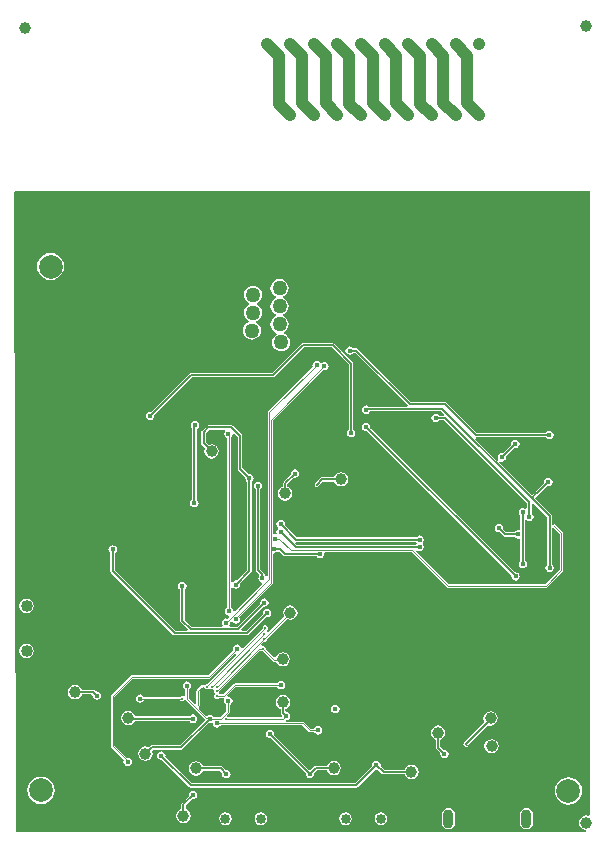
<source format=gbl>
G04*
G04 #@! TF.GenerationSoftware,Altium Limited,Altium Designer,20.2.4 (192)*
G04*
G04 Layer_Physical_Order=4*
G04 Layer_Color=16711680*
%FSLAX25Y25*%
%MOIN*%
G70*
G04*
G04 #@! TF.SameCoordinates,C82156A4-65EB-44BA-A6C3-424022D268A2*
G04*
G04*
G04 #@! TF.FilePolarity,Positive*
G04*
G01*
G75*
%ADD11C,0.00787*%
%ADD16C,0.00400*%
%ADD98C,0.00787*%
%ADD99C,0.00354*%
%ADD100C,0.03937*%
%ADD109C,0.03937*%
%ADD110C,0.07874*%
%ADD111C,0.03347*%
%ADD112O,0.03543X0.06299*%
%ADD113C,0.04016*%
%ADD114C,0.01772*%
%ADD115C,0.01496*%
%ADD116C,0.05000*%
G36*
X193300Y7536D02*
X192800Y7256D01*
X192000Y7415D01*
X191076Y7231D01*
X190292Y6708D01*
X189769Y5924D01*
X189585Y5000D01*
X189769Y4076D01*
X190292Y3292D01*
X191076Y2769D01*
X192000Y2585D01*
X192079Y2601D01*
X192128Y2510D01*
X191829Y2010D01*
X2010D01*
X1455Y215246D01*
X1808Y215600D01*
X193300D01*
Y7536D01*
D02*
G37*
%LPC*%
G36*
X13500Y194973D02*
X12316Y194817D01*
X11214Y194360D01*
X10266Y193634D01*
X9540Y192686D01*
X9083Y191584D01*
X8927Y190400D01*
X9083Y189216D01*
X9540Y188113D01*
X10266Y187166D01*
X11214Y186440D01*
X12316Y185983D01*
X13500Y185827D01*
X14684Y185983D01*
X15787Y186440D01*
X16734Y187166D01*
X17460Y188113D01*
X17917Y189216D01*
X18073Y190400D01*
X17917Y191584D01*
X17460Y192686D01*
X16734Y193634D01*
X15787Y194360D01*
X14684Y194817D01*
X13500Y194973D01*
D02*
G37*
G36*
X80976Y184045D02*
X80193Y183942D01*
X79463Y183640D01*
X78837Y183159D01*
X78356Y182532D01*
X78053Y181802D01*
X77950Y181019D01*
X78053Y180236D01*
X78356Y179506D01*
X78837Y178879D01*
X79463Y178399D01*
X79726Y178290D01*
Y177749D01*
X79463Y177640D01*
X78837Y177159D01*
X78356Y176532D01*
X78053Y175802D01*
X77950Y175019D01*
X78053Y174236D01*
X78356Y173506D01*
X78837Y172880D01*
X79463Y172399D01*
X79530Y172371D01*
Y171830D01*
X79098Y171651D01*
X78472Y171170D01*
X77991Y170543D01*
X77688Y169813D01*
X77585Y169030D01*
X77688Y168247D01*
X77991Y167517D01*
X78472Y166891D01*
X79098Y166410D01*
X79828Y166107D01*
X80611Y166004D01*
X81394Y166107D01*
X82124Y166410D01*
X82751Y166891D01*
X83232Y167517D01*
X83534Y168247D01*
X83637Y169030D01*
X83534Y169813D01*
X83232Y170543D01*
X82751Y171170D01*
X82124Y171651D01*
X82057Y171678D01*
Y172220D01*
X82489Y172399D01*
X83116Y172880D01*
X83597Y173506D01*
X83899Y174236D01*
X84002Y175019D01*
X83899Y175802D01*
X83597Y176532D01*
X83116Y177159D01*
X82489Y177640D01*
X82226Y177749D01*
Y178290D01*
X82489Y178399D01*
X83116Y178879D01*
X83597Y179506D01*
X83899Y180236D01*
X84002Y181019D01*
X83899Y181802D01*
X83597Y182532D01*
X83116Y183159D01*
X82489Y183640D01*
X81759Y183942D01*
X80976Y184045D01*
D02*
G37*
G36*
X107500Y164963D02*
X107500Y164963D01*
X97500D01*
X97500Y164963D01*
X97208Y164905D01*
X96961Y164739D01*
X96961Y164739D01*
X87184Y154963D01*
X60200D01*
X59908Y154905D01*
X59661Y154739D01*
X59661Y154739D01*
X46979Y142058D01*
X46700Y142113D01*
X46159Y142005D01*
X45701Y141699D01*
X45395Y141241D01*
X45287Y140700D01*
X45395Y140159D01*
X45701Y139701D01*
X46159Y139395D01*
X46700Y139287D01*
X47241Y139395D01*
X47699Y139701D01*
X48005Y140159D01*
X48113Y140700D01*
X48057Y140979D01*
X60516Y153437D01*
X87500D01*
X87500Y153437D01*
X87792Y153495D01*
X88039Y153661D01*
X97816Y163437D01*
X107184D01*
X112937Y157684D01*
Y136057D01*
X112701Y135899D01*
X112395Y135441D01*
X112287Y134900D01*
X112395Y134359D01*
X112701Y133901D01*
X113159Y133595D01*
X113700Y133487D01*
X114241Y133595D01*
X114699Y133901D01*
X115005Y134359D01*
X115113Y134900D01*
X115005Y135441D01*
X114699Y135899D01*
X114463Y136057D01*
Y158000D01*
X114405Y158292D01*
X114239Y158539D01*
X114239Y158539D01*
X108039Y164739D01*
X107792Y164905D01*
X107743Y164914D01*
X107500Y164963D01*
D02*
G37*
G36*
X89824Y186179D02*
X89041Y186076D01*
X88311Y185773D01*
X87684Y185292D01*
X87203Y184666D01*
X86901Y183936D01*
X86798Y183153D01*
X86901Y182370D01*
X87203Y181640D01*
X87684Y181013D01*
X88311Y180532D01*
X88574Y180423D01*
Y179882D01*
X88311Y179773D01*
X87684Y179293D01*
X87203Y178666D01*
X86901Y177936D01*
X86798Y177153D01*
X86901Y176370D01*
X87203Y175640D01*
X87684Y175013D01*
X88311Y174532D01*
X88574Y174424D01*
Y173882D01*
X88311Y173773D01*
X87684Y173293D01*
X87203Y172666D01*
X86901Y171936D01*
X86798Y171153D01*
X86901Y170370D01*
X87203Y169640D01*
X87684Y169013D01*
X88311Y168532D01*
X88801Y168329D01*
X88817Y167795D01*
X88191Y167314D01*
X87710Y166687D01*
X87407Y165957D01*
X87304Y165174D01*
X87407Y164391D01*
X87710Y163661D01*
X88191Y163035D01*
X88817Y162554D01*
X89547Y162251D01*
X90330Y162148D01*
X91113Y162251D01*
X91843Y162554D01*
X92470Y163035D01*
X92951Y163661D01*
X93253Y164391D01*
X93356Y165174D01*
X93253Y165957D01*
X92951Y166687D01*
X92470Y167314D01*
X91843Y167795D01*
X91353Y167998D01*
X91337Y168532D01*
X91963Y169013D01*
X92444Y169640D01*
X92747Y170370D01*
X92850Y171153D01*
X92747Y171936D01*
X92444Y172666D01*
X91963Y173293D01*
X91337Y173773D01*
X91074Y173882D01*
Y174424D01*
X91337Y174532D01*
X91963Y175013D01*
X92444Y175640D01*
X92747Y176370D01*
X92850Y177153D01*
X92747Y177936D01*
X92444Y178666D01*
X91963Y179293D01*
X91337Y179773D01*
X91074Y179882D01*
Y180423D01*
X91337Y180532D01*
X91963Y181013D01*
X92444Y181640D01*
X92747Y182370D01*
X92850Y183153D01*
X92747Y183936D01*
X92444Y184666D01*
X91963Y185292D01*
X91337Y185773D01*
X90607Y186076D01*
X89824Y186179D01*
D02*
G37*
G36*
X113200Y163813D02*
X112659Y163705D01*
X112201Y163399D01*
X111895Y162941D01*
X111787Y162400D01*
X111895Y161859D01*
X112201Y161401D01*
X112659Y161095D01*
X113200Y160987D01*
X113741Y161095D01*
X114199Y161401D01*
X114357Y161637D01*
X115084D01*
X132559Y144163D01*
X132443Y143762D01*
X132371Y143663D01*
X119723D01*
X119699Y143699D01*
X119241Y144005D01*
X118700Y144113D01*
X118159Y144005D01*
X117701Y143699D01*
X117395Y143241D01*
X117287Y142700D01*
X117395Y142159D01*
X117701Y141701D01*
X118159Y141395D01*
X118700Y141287D01*
X119241Y141395D01*
X119699Y141701D01*
X119991Y142137D01*
X143784D01*
X144709Y141213D01*
X144502Y140713D01*
X143007D01*
X142849Y140949D01*
X142391Y141255D01*
X141850Y141363D01*
X141309Y141255D01*
X140851Y140949D01*
X140545Y140491D01*
X140437Y139950D01*
X140545Y139409D01*
X140851Y138951D01*
X141309Y138645D01*
X141850Y138537D01*
X142391Y138645D01*
X142849Y138951D01*
X143007Y139187D01*
X144734D01*
X172306Y111616D01*
Y109883D01*
X172144Y109770D01*
X171806Y109661D01*
X171441Y109905D01*
X170900Y110013D01*
X170359Y109905D01*
X169901Y109599D01*
X169595Y109141D01*
X169487Y108600D01*
X169595Y108059D01*
X169901Y107601D01*
X170137Y107443D01*
Y102696D01*
X169637Y102426D01*
X169200Y102513D01*
X168659Y102405D01*
X168201Y102099D01*
X168043Y101863D01*
X165416D01*
X164357Y102921D01*
X164413Y103200D01*
X164305Y103741D01*
X163999Y104199D01*
X163541Y104505D01*
X163000Y104613D01*
X162459Y104505D01*
X162001Y104199D01*
X161695Y103741D01*
X161587Y103200D01*
X161695Y102659D01*
X162001Y102201D01*
X162459Y101895D01*
X163000Y101787D01*
X163279Y101842D01*
X164561Y100561D01*
X164808Y100395D01*
X165100Y100337D01*
X165100Y100337D01*
X168043D01*
X168201Y100101D01*
X168659Y99795D01*
X169200Y99687D01*
X169637Y99774D01*
X170137Y99504D01*
Y92357D01*
X169901Y92199D01*
X169595Y91741D01*
X169487Y91200D01*
X169595Y90659D01*
X169901Y90201D01*
X170359Y89895D01*
X170900Y89787D01*
X171441Y89895D01*
X171899Y90201D01*
X172205Y90659D01*
X172313Y91200D01*
X172205Y91741D01*
X171899Y92199D01*
X171663Y92357D01*
Y105749D01*
X171825Y105861D01*
X172163Y105970D01*
X172528Y105726D01*
X173068Y105619D01*
X173609Y105726D01*
X174068Y106032D01*
X174374Y106491D01*
X174481Y107032D01*
X174374Y107572D01*
X174068Y108031D01*
X173831Y108189D01*
Y111383D01*
X174331Y111590D01*
X179069Y106853D01*
Y91126D01*
X178832Y90968D01*
X178526Y90509D01*
X178419Y89969D01*
X178526Y89428D01*
X178832Y88969D01*
X179291Y88663D01*
X179832Y88556D01*
X180372Y88663D01*
X180831Y88969D01*
X181137Y89428D01*
X181245Y89969D01*
X181137Y90509D01*
X180831Y90968D01*
X180594Y91126D01*
Y103221D01*
X181094Y103388D01*
X183200Y101283D01*
Y97045D01*
X183168Y96969D01*
Y89349D01*
X178320Y84500D01*
X146149D01*
X135331Y95317D01*
X135517Y95838D01*
X135585Y95845D01*
X135959Y95595D01*
X136500Y95487D01*
X137041Y95595D01*
X137499Y95901D01*
X137805Y96359D01*
X137913Y96900D01*
X137805Y97441D01*
X137499Y97899D01*
X137498Y97900D01*
Y98400D01*
X137499Y98401D01*
X137805Y98859D01*
X137913Y99400D01*
X137805Y99941D01*
X137499Y100399D01*
X137041Y100705D01*
X136500Y100813D01*
X135959Y100705D01*
X135501Y100399D01*
X135343Y100163D01*
X95716D01*
X91558Y104321D01*
X91613Y104600D01*
X91505Y105141D01*
X91199Y105599D01*
X90741Y105905D01*
X90200Y106013D01*
X89659Y105905D01*
X89201Y105599D01*
X88895Y105141D01*
X88787Y104600D01*
X88895Y104059D01*
X89201Y103601D01*
X89277Y103550D01*
Y103050D01*
X89201Y102999D01*
X88895Y102541D01*
X88787Y102000D01*
X88885Y101506D01*
X88764Y101304D01*
X88559Y101061D01*
X88300Y101113D01*
X88071Y101067D01*
X87571Y101435D01*
Y139157D01*
X104300Y155886D01*
X104800Y155787D01*
X105341Y155895D01*
X105799Y156201D01*
X106105Y156659D01*
X106213Y157200D01*
X106105Y157741D01*
X105799Y158199D01*
X105341Y158505D01*
X104800Y158613D01*
X104259Y158505D01*
X103908Y158270D01*
X103789Y158203D01*
X103299Y158349D01*
X103199Y158499D01*
X102741Y158805D01*
X102200Y158913D01*
X101659Y158805D01*
X101201Y158499D01*
X100895Y158041D01*
X100787Y157500D01*
X100886Y157000D01*
X86037Y142151D01*
X85869Y141744D01*
Y87197D01*
X85369Y87086D01*
X85135Y87435D01*
X84899Y87593D01*
Y87764D01*
X84841Y88056D01*
X84676Y88303D01*
X84676Y88303D01*
X83363Y89616D01*
Y116143D01*
X83599Y116301D01*
X83905Y116759D01*
X84013Y117300D01*
X83905Y117841D01*
X83599Y118299D01*
X83141Y118605D01*
X82600Y118713D01*
X82059Y118605D01*
X81601Y118299D01*
X81295Y117841D01*
X81187Y117300D01*
X81295Y116759D01*
X81601Y116301D01*
X81837Y116143D01*
Y89300D01*
X81837Y89300D01*
X81895Y89008D01*
X82061Y88761D01*
X83159Y87662D01*
X83137Y87435D01*
X82831Y86977D01*
X82723Y86436D01*
X82831Y85896D01*
X83137Y85437D01*
X83596Y85131D01*
X83775Y85095D01*
X83939Y84553D01*
X74884Y75498D01*
X74881Y75498D01*
X74374Y75695D01*
X74305Y76041D01*
X73999Y76499D01*
X73575Y76782D01*
Y83437D01*
X74075Y83589D01*
X74201Y83401D01*
X74659Y83095D01*
X75200Y82987D01*
X75741Y83095D01*
X76199Y83401D01*
X76505Y83859D01*
X76613Y84400D01*
X76557Y84679D01*
X80339Y88461D01*
X80339Y88461D01*
X80505Y88708D01*
X80563Y89000D01*
Y118643D01*
X80799Y118801D01*
X81105Y119259D01*
X81213Y119800D01*
X81105Y120341D01*
X80799Y120799D01*
X80341Y121105D01*
X79800Y121213D01*
X79521Y121158D01*
X77463Y123216D01*
Y133900D01*
X77463Y133900D01*
X77405Y134192D01*
X77239Y134439D01*
X74339Y137339D01*
X74092Y137505D01*
X73800Y137563D01*
X73800Y137563D01*
X66100D01*
X65808Y137505D01*
X65561Y137339D01*
X65561Y137339D01*
X63961Y135739D01*
X63795Y135492D01*
X63737Y135200D01*
X63737Y135200D01*
Y131500D01*
X63737Y131500D01*
X63795Y131208D01*
X63961Y130961D01*
X65060Y129861D01*
X64969Y129724D01*
X64785Y128800D01*
X64969Y127876D01*
X65492Y127092D01*
X66276Y126569D01*
X67200Y126385D01*
X68124Y126569D01*
X68908Y127092D01*
X69431Y127876D01*
X69615Y128800D01*
X69431Y129724D01*
X68908Y130508D01*
X68124Y131031D01*
X67200Y131215D01*
X66276Y131031D01*
X66139Y130940D01*
X65263Y131816D01*
Y134884D01*
X66416Y136037D01*
X71557D01*
X71689Y135800D01*
X71760Y135537D01*
X71495Y135141D01*
X71387Y134600D01*
X71495Y134059D01*
X71801Y133601D01*
X72259Y133295D01*
X72425Y133262D01*
Y76782D01*
X72001Y76499D01*
X71695Y76041D01*
X71587Y75500D01*
X71695Y74959D01*
X72001Y74501D01*
X72459Y74195D01*
X72805Y74126D01*
X73002Y73619D01*
X73002Y73616D01*
X72411Y73025D01*
X71911Y73124D01*
X71371Y73017D01*
X70912Y72711D01*
X70606Y72252D01*
X70498Y71711D01*
X70606Y71171D01*
X70812Y70863D01*
X70615Y70390D01*
X70590Y70363D01*
X60516D01*
X58163Y72716D01*
Y82743D01*
X58399Y82901D01*
X58705Y83359D01*
X58813Y83900D01*
X58705Y84441D01*
X58399Y84899D01*
X57941Y85205D01*
X57400Y85313D01*
X56859Y85205D01*
X56401Y84899D01*
X56095Y84441D01*
X55987Y83900D01*
X56095Y83359D01*
X56401Y82901D01*
X56637Y82743D01*
Y72400D01*
X56637Y72400D01*
X56695Y72108D01*
X56861Y71861D01*
X59259Y69463D01*
X59052Y68963D01*
X55216D01*
X34963Y89216D01*
Y94943D01*
X35199Y95101D01*
X35505Y95559D01*
X35613Y96100D01*
X35505Y96641D01*
X35199Y97099D01*
X34741Y97405D01*
X34200Y97513D01*
X33659Y97405D01*
X33201Y97099D01*
X32895Y96641D01*
X32787Y96100D01*
X32895Y95559D01*
X33201Y95101D01*
X33437Y94943D01*
Y88900D01*
X33437Y88900D01*
X33495Y88608D01*
X33661Y88361D01*
X54361Y67661D01*
X54608Y67495D01*
X54900Y67437D01*
X79000D01*
X79000Y67437D01*
X79292Y67495D01*
X79539Y67661D01*
X85421Y73542D01*
X85700Y73487D01*
X86241Y73595D01*
X86699Y73901D01*
X87005Y74359D01*
X87113Y74900D01*
X87005Y75441D01*
X86699Y75899D01*
X86241Y76205D01*
X85700Y76313D01*
X85159Y76205D01*
X84701Y75899D01*
X84395Y75441D01*
X84287Y74900D01*
X84342Y74621D01*
X78684Y68963D01*
X77248D01*
X77041Y69463D01*
X84605Y77026D01*
X84800Y76987D01*
X85341Y77095D01*
X85799Y77401D01*
X86105Y77859D01*
X86213Y78400D01*
X86105Y78941D01*
X85799Y79399D01*
X85341Y79705D01*
X84800Y79813D01*
X84259Y79705D01*
X83801Y79399D01*
X83495Y78941D01*
X83387Y78400D01*
X83459Y78038D01*
X75784Y70363D01*
X73233D01*
X73207Y70390D01*
X73011Y70863D01*
X73217Y71171D01*
X73324Y71711D01*
X73270Y71986D01*
X73509Y72211D01*
X73592Y72219D01*
X74078Y72135D01*
X74301Y71801D01*
X74759Y71495D01*
X75300Y71387D01*
X75841Y71495D01*
X76299Y71801D01*
X76605Y72259D01*
X76713Y72800D01*
X76605Y73341D01*
X76425Y73611D01*
X87402Y84588D01*
X87571Y84995D01*
Y94698D01*
X87957Y95015D01*
X88098Y94987D01*
X88638Y95095D01*
X89097Y95401D01*
X89196Y95549D01*
X89715Y95582D01*
X91136Y94161D01*
X91136Y94161D01*
X91384Y93995D01*
X91676Y93937D01*
X102143D01*
X102301Y93701D01*
X102759Y93395D01*
X103300Y93287D01*
X103841Y93395D01*
X104299Y93701D01*
X104605Y94159D01*
X104713Y94700D01*
X104685Y94839D01*
X105003Y95225D01*
X133726D01*
X145476Y83476D01*
X145900Y83300D01*
X178568D01*
X178993Y83476D01*
X184193Y88676D01*
X184369Y89100D01*
Y96924D01*
X184400Y97000D01*
Y101531D01*
X184224Y101955D01*
X181824Y104355D01*
X181400Y104531D01*
X181094Y104404D01*
X180594Y104627D01*
Y107168D01*
X180594Y107168D01*
X180536Y107460D01*
X180371Y107708D01*
X174929Y113150D01*
X175820Y114041D01*
X175842Y114045D01*
X176089Y114211D01*
X179100Y117221D01*
X179431Y117156D01*
X179972Y117263D01*
X180431Y117569D01*
X180737Y118028D01*
X180844Y118569D01*
X180737Y119109D01*
X180431Y119568D01*
X179972Y119874D01*
X179431Y119982D01*
X178891Y119874D01*
X178432Y119568D01*
X178126Y119109D01*
X178018Y118569D01*
X178064Y118342D01*
X175180Y115459D01*
X175158Y115455D01*
X174911Y115289D01*
X174911Y115289D01*
X173850Y114229D01*
X162835Y125243D01*
X163154Y125632D01*
X163359Y125495D01*
X163900Y125387D01*
X164441Y125495D01*
X164899Y125801D01*
X165205Y126259D01*
X165313Y126800D01*
X165258Y127079D01*
X168121Y129943D01*
X168400Y129887D01*
X168941Y129995D01*
X169399Y130301D01*
X169705Y130759D01*
X169813Y131300D01*
X169705Y131841D01*
X169399Y132299D01*
X168941Y132605D01*
X168400Y132713D01*
X167859Y132605D01*
X167401Y132299D01*
X167095Y131841D01*
X166987Y131300D01*
X167043Y131021D01*
X164179Y128157D01*
X163900Y128213D01*
X163359Y128105D01*
X162901Y127799D01*
X162595Y127341D01*
X162487Y126800D01*
X162595Y126259D01*
X162732Y126054D01*
X162344Y125735D01*
X155090Y132989D01*
X155231Y133349D01*
X155324Y133462D01*
X178619D01*
X178777Y133225D01*
X179235Y132919D01*
X179776Y132811D01*
X180316Y132919D01*
X180775Y133225D01*
X181081Y133684D01*
X181189Y134224D01*
X181081Y134765D01*
X180775Y135223D01*
X180316Y135530D01*
X179776Y135637D01*
X179235Y135530D01*
X178777Y135223D01*
X178619Y134987D01*
X155591D01*
X145439Y145139D01*
X145192Y145305D01*
X144900Y145363D01*
X144900Y145363D01*
X133516D01*
X115939Y162939D01*
X115692Y163105D01*
X115400Y163163D01*
X115400Y163163D01*
X114357D01*
X114199Y163399D01*
X113741Y163705D01*
X113200Y163813D01*
D02*
G37*
G36*
X95000Y122813D02*
X94459Y122705D01*
X94001Y122399D01*
X93695Y121941D01*
X93587Y121400D01*
X93642Y121121D01*
X91161Y118639D01*
X90995Y118392D01*
X90937Y118100D01*
X90937Y118100D01*
Y117063D01*
X90776Y117031D01*
X89992Y116508D01*
X89469Y115724D01*
X89285Y114800D01*
X89469Y113876D01*
X89992Y113092D01*
X90776Y112569D01*
X91700Y112385D01*
X92624Y112569D01*
X93408Y113092D01*
X93931Y113876D01*
X94115Y114800D01*
X93931Y115724D01*
X93408Y116508D01*
X92624Y117031D01*
X92463Y117063D01*
Y117784D01*
X94721Y120043D01*
X95000Y119987D01*
X95541Y120095D01*
X95999Y120401D01*
X96305Y120859D01*
X96413Y121400D01*
X96305Y121941D01*
X95999Y122399D01*
X95541Y122705D01*
X95000Y122813D01*
D02*
G37*
G36*
X110300Y121915D02*
X109376Y121731D01*
X108592Y121208D01*
X108069Y120424D01*
X108037Y120263D01*
X104000D01*
X103708Y120205D01*
X103461Y120039D01*
X103461Y120039D01*
X101661Y118239D01*
X101495Y117992D01*
X101437Y117700D01*
X101495Y117408D01*
X101661Y117161D01*
X101908Y116995D01*
X102200Y116937D01*
X102492Y116995D01*
X102739Y117161D01*
X104316Y118737D01*
X108037D01*
X108069Y118576D01*
X108592Y117792D01*
X109376Y117269D01*
X110300Y117085D01*
X111224Y117269D01*
X112008Y117792D01*
X112531Y118576D01*
X112715Y119500D01*
X112531Y120424D01*
X112008Y121208D01*
X111224Y121731D01*
X110300Y121915D01*
D02*
G37*
G36*
X61700Y139013D02*
X61159Y138905D01*
X60701Y138599D01*
X60395Y138141D01*
X60287Y137600D01*
X60395Y137059D01*
X60637Y136696D01*
Y112657D01*
X60401Y112499D01*
X60095Y112041D01*
X59987Y111500D01*
X60095Y110959D01*
X60401Y110501D01*
X60859Y110195D01*
X61400Y110087D01*
X61941Y110195D01*
X62399Y110501D01*
X62705Y110959D01*
X62813Y111500D01*
X62705Y112041D01*
X62399Y112499D01*
X62163Y112657D01*
Y136279D01*
X62241Y136295D01*
X62699Y136601D01*
X63005Y137059D01*
X63113Y137600D01*
X63005Y138141D01*
X62699Y138599D01*
X62241Y138905D01*
X61700Y139013D01*
D02*
G37*
G36*
X118700Y138313D02*
X118159Y138205D01*
X117701Y137899D01*
X117395Y137441D01*
X117287Y136900D01*
X117395Y136359D01*
X117701Y135901D01*
X118159Y135595D01*
X118700Y135487D01*
X118979Y135543D01*
X167142Y87379D01*
X167087Y87100D01*
X167195Y86559D01*
X167501Y86101D01*
X167959Y85795D01*
X168500Y85687D01*
X169041Y85795D01*
X169499Y86101D01*
X169805Y86559D01*
X169913Y87100D01*
X169805Y87641D01*
X169499Y88099D01*
X169041Y88405D01*
X168500Y88513D01*
X168221Y88458D01*
X120057Y136621D01*
X120113Y136900D01*
X120005Y137441D01*
X119699Y137899D01*
X119241Y138205D01*
X118700Y138313D01*
D02*
G37*
G36*
X5512Y79660D02*
X4572Y79473D01*
X3776Y78941D01*
X3244Y78144D01*
X3057Y77205D01*
X3244Y76265D01*
X3776Y75469D01*
X4572Y74937D01*
X5512Y74750D01*
X6451Y74937D01*
X7248Y75469D01*
X7780Y76265D01*
X7967Y77205D01*
X7780Y78144D01*
X7248Y78941D01*
X6451Y79473D01*
X5512Y79660D01*
D02*
G37*
G36*
X93400Y77415D02*
X92476Y77231D01*
X91692Y76708D01*
X91169Y75924D01*
X90985Y75000D01*
X91169Y74076D01*
X91373Y73771D01*
X86249Y68648D01*
X85676Y68724D01*
X85498Y69039D01*
X85512Y69100D01*
X85744Y69256D01*
X85942Y69551D01*
X86011Y69900D01*
X85942Y70249D01*
X85744Y70544D01*
X85449Y70742D01*
X85100Y70811D01*
X84751Y70742D01*
X84456Y70544D01*
X84258Y70249D01*
X84189Y69900D01*
X84222Y69735D01*
X77600Y63114D01*
X77058Y63278D01*
X77005Y63541D01*
X76699Y63999D01*
X76241Y64305D01*
X75700Y64413D01*
X75159Y64305D01*
X74701Y63999D01*
X74395Y63541D01*
X74287Y63000D01*
X74387Y62500D01*
X65962Y54075D01*
X40500D01*
X40093Y53907D01*
X33793Y47607D01*
X33625Y47200D01*
Y30500D01*
X33793Y30093D01*
X37955Y25931D01*
X37895Y25841D01*
X37787Y25300D01*
X37895Y24759D01*
X38201Y24301D01*
X38659Y23995D01*
X39200Y23887D01*
X39741Y23995D01*
X40199Y24301D01*
X40505Y24759D01*
X40613Y25300D01*
X40505Y25841D01*
X40199Y26299D01*
X39741Y26605D01*
X39200Y26713D01*
X38867Y26647D01*
X34775Y30738D01*
Y46962D01*
X40738Y52925D01*
X66200D01*
X66607Y53093D01*
X74959Y61445D01*
X75172Y61392D01*
X75325Y60838D01*
X65768Y51282D01*
X65732Y51289D01*
X65384Y51220D01*
X65088Y51022D01*
X65038Y50948D01*
X64605Y50799D01*
X64415Y50847D01*
X64157Y50953D01*
X63751Y50785D01*
X62193Y49227D01*
X62025Y48820D01*
Y44596D01*
X61525Y44389D01*
X59475Y46438D01*
Y49418D01*
X59899Y49701D01*
X60205Y50159D01*
X60313Y50700D01*
X60205Y51241D01*
X59899Y51699D01*
X59441Y52005D01*
X58900Y52113D01*
X58359Y52005D01*
X57901Y51699D01*
X57595Y51241D01*
X57487Y50700D01*
X57595Y50159D01*
X57901Y49701D01*
X58325Y49418D01*
Y47225D01*
X57940Y47080D01*
X57825Y47057D01*
X57549Y47242D01*
X57200Y47311D01*
X56851Y47242D01*
X56556Y47044D01*
X56510Y46975D01*
X44682D01*
X44399Y47399D01*
X43941Y47705D01*
X43400Y47813D01*
X42859Y47705D01*
X42401Y47399D01*
X42095Y46941D01*
X41987Y46400D01*
X42095Y45859D01*
X42401Y45401D01*
X42859Y45095D01*
X43400Y44987D01*
X43941Y45095D01*
X44399Y45401D01*
X44682Y45825D01*
X56510D01*
X56556Y45756D01*
X56851Y45558D01*
X57200Y45489D01*
X57549Y45558D01*
X57844Y45756D01*
X57920Y45869D01*
X58472Y45845D01*
X58493Y45793D01*
X64895Y39391D01*
X64677Y38956D01*
X56584Y30863D01*
X47200D01*
X47200Y30863D01*
X46908Y30805D01*
X46661Y30639D01*
X46161Y30140D01*
X46024Y30231D01*
X45100Y30415D01*
X44176Y30231D01*
X43392Y29708D01*
X42869Y28924D01*
X42685Y28000D01*
X42869Y27076D01*
X43392Y26292D01*
X44176Y25769D01*
X45100Y25585D01*
X46024Y25769D01*
X46808Y26292D01*
X47331Y27076D01*
X47515Y28000D01*
X47333Y28913D01*
X47387Y28995D01*
X47656Y29337D01*
X56900D01*
X56900Y29337D01*
X57192Y29395D01*
X57439Y29561D01*
X66221Y38342D01*
X66500Y38287D01*
X67041Y38395D01*
X67487Y38100D01*
X67595Y37559D01*
X67901Y37101D01*
X68359Y36795D01*
X68900Y36687D01*
X69441Y36795D01*
X69899Y37101D01*
X70182Y37525D01*
X97362D01*
X99493Y35393D01*
X99900Y35225D01*
X101418D01*
X101701Y34801D01*
X102159Y34495D01*
X102700Y34387D01*
X103241Y34495D01*
X103699Y34801D01*
X104005Y35259D01*
X104113Y35800D01*
X104005Y36341D01*
X103699Y36799D01*
X103241Y37105D01*
X102700Y37213D01*
X102159Y37105D01*
X101701Y36799D01*
X101418Y36375D01*
X100138D01*
X98007Y38507D01*
X97600Y38675D01*
X92034D01*
X91827Y39175D01*
X91866Y39214D01*
X92000Y39187D01*
X92541Y39295D01*
X92999Y39601D01*
X93305Y40059D01*
X93413Y40600D01*
X93305Y41141D01*
X92999Y41599D01*
X92541Y41905D01*
X92000Y42013D01*
X91763Y42476D01*
Y43037D01*
X91924Y43069D01*
X92708Y43592D01*
X93231Y44376D01*
X93415Y45300D01*
X93231Y46224D01*
X92708Y47008D01*
X91924Y47531D01*
X91000Y47715D01*
X90076Y47531D01*
X89292Y47008D01*
X88769Y46224D01*
X88585Y45300D01*
X88769Y44376D01*
X89292Y43592D01*
X90076Y43069D01*
X90237Y43037D01*
Y41701D01*
X90237Y41701D01*
X90295Y41409D01*
X90461Y41162D01*
X90659Y40963D01*
X90587Y40600D01*
X90595Y40562D01*
X90277Y40175D01*
X72590D01*
X72544Y40244D01*
X72437Y40316D01*
X72313Y40900D01*
X73007Y41593D01*
X73175Y42000D01*
Y44324D01*
X73296Y44348D01*
X73754Y44654D01*
X74060Y45113D01*
X74168Y45654D01*
X74060Y46194D01*
X73754Y46653D01*
X73296Y46959D01*
X72755Y47067D01*
X72670Y47050D01*
X72424Y47510D01*
X75238Y50325D01*
X89018D01*
X89301Y49901D01*
X89759Y49595D01*
X90300Y49487D01*
X90841Y49595D01*
X91299Y49901D01*
X91605Y50359D01*
X91713Y50900D01*
X91605Y51441D01*
X91299Y51899D01*
X90841Y52205D01*
X90300Y52313D01*
X89759Y52205D01*
X89301Y51899D01*
X89018Y51475D01*
X75000D01*
X74593Y51307D01*
X71090Y47804D01*
X69844D01*
X69811Y47841D01*
X69623Y48304D01*
X69724Y48454D01*
X69793Y48803D01*
X69777Y48885D01*
X83252Y62359D01*
X83756Y62356D01*
X84051Y62158D01*
X84400Y62089D01*
X84452Y62099D01*
X87694Y58858D01*
X88118Y58682D01*
X88648D01*
X88669Y58576D01*
X89192Y57792D01*
X89976Y57269D01*
X90900Y57085D01*
X91824Y57269D01*
X92608Y57792D01*
X93131Y58576D01*
X93315Y59500D01*
X93131Y60424D01*
X92608Y61208D01*
X91824Y61731D01*
X90900Y61915D01*
X89976Y61731D01*
X89192Y61208D01*
X88669Y60424D01*
X88646Y60309D01*
X88104Y60145D01*
X85301Y62948D01*
X85311Y63000D01*
X85242Y63349D01*
X85044Y63644D01*
X84749Y63842D01*
X84400Y63911D01*
X84051Y63842D01*
X84035Y63831D01*
X83892Y63868D01*
X83741Y64423D01*
X84622Y65304D01*
X84700Y65289D01*
X85049Y65358D01*
X85344Y65556D01*
X85542Y65851D01*
X85611Y66200D01*
X85593Y66294D01*
X92231Y72932D01*
X92476Y72769D01*
X93400Y72585D01*
X94324Y72769D01*
X95108Y73292D01*
X95631Y74076D01*
X95815Y75000D01*
X95631Y75924D01*
X95108Y76708D01*
X94324Y77231D01*
X93400Y77415D01*
D02*
G37*
G36*
X5512Y64660D02*
X4572Y64473D01*
X3776Y63941D01*
X3244Y63144D01*
X3057Y62205D01*
X3244Y61265D01*
X3776Y60469D01*
X4572Y59937D01*
X5512Y59750D01*
X6451Y59937D01*
X7248Y60469D01*
X7780Y61265D01*
X7967Y62205D01*
X7780Y63144D01*
X7248Y63941D01*
X6451Y64473D01*
X5512Y64660D01*
D02*
G37*
G36*
X21700Y51015D02*
X20776Y50831D01*
X19992Y50308D01*
X19469Y49524D01*
X19285Y48600D01*
X19469Y47676D01*
X19992Y46892D01*
X20776Y46369D01*
X21700Y46185D01*
X22624Y46369D01*
X23408Y46892D01*
X23931Y47676D01*
X23963Y47837D01*
X27093D01*
X27487Y47400D01*
X27595Y46859D01*
X27901Y46401D01*
X28359Y46095D01*
X28900Y45987D01*
X29441Y46095D01*
X29899Y46401D01*
X30205Y46859D01*
X30313Y47400D01*
X30205Y47941D01*
X29899Y48399D01*
X29441Y48705D01*
X28900Y48813D01*
X28621Y48757D01*
X28239Y49139D01*
X27992Y49305D01*
X27700Y49363D01*
X27700Y49363D01*
X23963D01*
X23931Y49524D01*
X23408Y50308D01*
X22624Y50831D01*
X21700Y51015D01*
D02*
G37*
G36*
X108400Y44313D02*
X107859Y44205D01*
X107401Y43899D01*
X107095Y43441D01*
X106987Y42900D01*
X107095Y42359D01*
X107401Y41901D01*
X107859Y41595D01*
X108400Y41487D01*
X108941Y41595D01*
X109399Y41901D01*
X109705Y42359D01*
X109813Y42900D01*
X109705Y43441D01*
X109399Y43899D01*
X108941Y44205D01*
X108400Y44313D01*
D02*
G37*
G36*
X39400Y42315D02*
X38476Y42131D01*
X37692Y41608D01*
X37169Y40824D01*
X36985Y39900D01*
X37169Y38976D01*
X37692Y38192D01*
X38476Y37669D01*
X39400Y37485D01*
X40324Y37669D01*
X41108Y38192D01*
X41605Y38937D01*
X59843D01*
X60001Y38701D01*
X60459Y38395D01*
X61000Y38287D01*
X61541Y38395D01*
X61999Y38701D01*
X62305Y39159D01*
X62413Y39700D01*
X62305Y40241D01*
X61999Y40699D01*
X61541Y41005D01*
X61000Y41113D01*
X60459Y41005D01*
X60001Y40699D01*
X59843Y40463D01*
X41703D01*
X41631Y40824D01*
X41108Y41608D01*
X40324Y42131D01*
X39400Y42315D01*
D02*
G37*
G36*
X160200Y42215D02*
X159276Y42031D01*
X158492Y41508D01*
X157969Y40724D01*
X157785Y39800D01*
X157969Y38876D01*
X158160Y38589D01*
X151361Y31789D01*
X151195Y31542D01*
X151137Y31250D01*
X151195Y30958D01*
X151361Y30711D01*
X151443Y30656D01*
X151476Y30576D01*
X151726Y30326D01*
X152150Y30150D01*
X152574Y30326D01*
X152750Y30750D01*
X152671Y30942D01*
X159294Y37565D01*
X160200Y37385D01*
X161124Y37569D01*
X161908Y38092D01*
X162431Y38876D01*
X162615Y39800D01*
X162431Y40724D01*
X161908Y41508D01*
X161124Y42031D01*
X160200Y42215D01*
D02*
G37*
G36*
X160500Y32915D02*
X159576Y32731D01*
X158792Y32208D01*
X158269Y31424D01*
X158085Y30500D01*
X158269Y29576D01*
X158792Y28792D01*
X159576Y28269D01*
X160500Y28085D01*
X161424Y28269D01*
X162208Y28792D01*
X162731Y29576D01*
X162915Y30500D01*
X162731Y31424D01*
X162208Y32208D01*
X161424Y32731D01*
X160500Y32915D01*
D02*
G37*
G36*
X142700Y37415D02*
X141776Y37231D01*
X140992Y36708D01*
X140469Y35924D01*
X140285Y35000D01*
X140469Y34076D01*
X140992Y33292D01*
X141776Y32769D01*
X141937Y32737D01*
Y30000D01*
X141937Y30000D01*
X141995Y29708D01*
X142161Y29461D01*
X143442Y28179D01*
X143387Y27900D01*
X143495Y27359D01*
X143801Y26901D01*
X144259Y26595D01*
X144800Y26487D01*
X145341Y26595D01*
X145799Y26901D01*
X146105Y27359D01*
X146213Y27900D01*
X146105Y28441D01*
X145799Y28899D01*
X145341Y29205D01*
X144800Y29313D01*
X144521Y29258D01*
X143463Y30316D01*
Y32737D01*
X143624Y32769D01*
X144408Y33292D01*
X144931Y34076D01*
X145115Y35000D01*
X144931Y35924D01*
X144408Y36708D01*
X143624Y37231D01*
X142700Y37415D01*
D02*
G37*
G36*
X86700Y36013D02*
X86159Y35905D01*
X85701Y35599D01*
X85395Y35141D01*
X85287Y34600D01*
X85395Y34059D01*
X85701Y33601D01*
X86159Y33295D01*
X86700Y33187D01*
X86937Y33234D01*
X98551Y21621D01*
X98487Y21300D01*
X98595Y20759D01*
X98901Y20301D01*
X99359Y19995D01*
X99900Y19887D01*
X100441Y19995D01*
X100899Y20301D01*
X101205Y20759D01*
X101313Y21300D01*
X101258Y21579D01*
X102216Y22537D01*
X105637D01*
X105669Y22376D01*
X106192Y21592D01*
X106976Y21069D01*
X107900Y20885D01*
X108824Y21069D01*
X109608Y21592D01*
X110131Y22376D01*
X110315Y23300D01*
X110131Y24224D01*
X109608Y25008D01*
X108824Y25531D01*
X107900Y25715D01*
X106976Y25531D01*
X106192Y25008D01*
X105669Y24224D01*
X105637Y24063D01*
X101900D01*
X101900Y24063D01*
X101608Y24005D01*
X101361Y23839D01*
X101361Y23839D01*
X100179Y22658D01*
X99900Y22713D01*
X99663Y22666D01*
X88049Y34279D01*
X88113Y34600D01*
X88005Y35141D01*
X87699Y35599D01*
X87241Y35905D01*
X86700Y36013D01*
D02*
G37*
G36*
X62000Y25515D02*
X61076Y25331D01*
X60292Y24808D01*
X59769Y24024D01*
X59585Y23100D01*
X59769Y22176D01*
X60292Y21392D01*
X61076Y20869D01*
X62000Y20685D01*
X62924Y20869D01*
X63708Y21392D01*
X64231Y22176D01*
X64263Y22337D01*
X69884D01*
X70742Y21479D01*
X70687Y21200D01*
X70795Y20659D01*
X71101Y20201D01*
X71559Y19895D01*
X72100Y19787D01*
X72641Y19895D01*
X73099Y20201D01*
X73405Y20659D01*
X73513Y21200D01*
X73405Y21741D01*
X73099Y22199D01*
X72641Y22505D01*
X72100Y22613D01*
X71821Y22558D01*
X70739Y23639D01*
X70492Y23805D01*
X70200Y23863D01*
X70200Y23863D01*
X64263D01*
X64231Y24024D01*
X63708Y24808D01*
X62924Y25331D01*
X62000Y25515D01*
D02*
G37*
G36*
X50400Y28813D02*
X49859Y28705D01*
X49401Y28399D01*
X49095Y27941D01*
X48987Y27400D01*
X49095Y26859D01*
X49401Y26401D01*
X49859Y26095D01*
X50400Y25987D01*
X50679Y26043D01*
X59761Y16961D01*
X59761Y16961D01*
X60008Y16795D01*
X60300Y16737D01*
X115300D01*
X115300Y16737D01*
X115592Y16795D01*
X115839Y16961D01*
X121821Y22942D01*
X122100Y22887D01*
X122379Y22942D01*
X123961Y21361D01*
X123961Y21361D01*
X124208Y21195D01*
X124500Y21137D01*
X131537D01*
X131569Y20976D01*
X132092Y20192D01*
X132876Y19669D01*
X133800Y19485D01*
X134724Y19669D01*
X135508Y20192D01*
X136031Y20976D01*
X136215Y21900D01*
X136031Y22824D01*
X135508Y23608D01*
X134724Y24131D01*
X133800Y24315D01*
X132876Y24131D01*
X132092Y23608D01*
X131569Y22824D01*
X131537Y22663D01*
X124816D01*
X123458Y24021D01*
X123513Y24300D01*
X123405Y24841D01*
X123099Y25299D01*
X122641Y25605D01*
X122100Y25713D01*
X121559Y25605D01*
X121101Y25299D01*
X120795Y24841D01*
X120687Y24300D01*
X120742Y24021D01*
X114984Y18263D01*
X60616D01*
X51758Y27121D01*
X51813Y27400D01*
X51705Y27941D01*
X51399Y28399D01*
X50941Y28705D01*
X50400Y28813D01*
D02*
G37*
G36*
X60900Y15613D02*
X60359Y15505D01*
X59901Y15199D01*
X59595Y14741D01*
X59487Y14200D01*
X59543Y13921D01*
X57261Y11639D01*
X57095Y11392D01*
X57037Y11100D01*
X57037Y11100D01*
Y9563D01*
X56876Y9531D01*
X56092Y9008D01*
X55569Y8224D01*
X55385Y7300D01*
X55569Y6376D01*
X56092Y5592D01*
X56876Y5069D01*
X57800Y4885D01*
X58724Y5069D01*
X59508Y5592D01*
X60031Y6376D01*
X60215Y7300D01*
X60031Y8224D01*
X59508Y9008D01*
X58724Y9531D01*
X58563Y9563D01*
Y10784D01*
X60621Y12843D01*
X60900Y12787D01*
X61441Y12895D01*
X61899Y13201D01*
X62205Y13659D01*
X62313Y14200D01*
X62205Y14741D01*
X61899Y15199D01*
X61441Y15505D01*
X60900Y15613D01*
D02*
G37*
G36*
X10300Y20373D02*
X9116Y20217D01*
X8014Y19760D01*
X7066Y19034D01*
X6340Y18087D01*
X5883Y16984D01*
X5727Y15800D01*
X5883Y14616D01*
X6340Y13513D01*
X7066Y12566D01*
X8014Y11840D01*
X9116Y11383D01*
X10300Y11227D01*
X11484Y11383D01*
X12586Y11840D01*
X13534Y12566D01*
X14260Y13513D01*
X14717Y14616D01*
X14873Y15800D01*
X14717Y16984D01*
X14260Y18087D01*
X13534Y19034D01*
X12586Y19760D01*
X11484Y20217D01*
X10300Y20373D01*
D02*
G37*
G36*
X186100Y20173D02*
X184916Y20017D01*
X183814Y19560D01*
X182866Y18834D01*
X182140Y17887D01*
X181683Y16784D01*
X181527Y15600D01*
X181683Y14416D01*
X182140Y13314D01*
X182866Y12366D01*
X183814Y11640D01*
X184916Y11183D01*
X186100Y11027D01*
X187284Y11183D01*
X188386Y11640D01*
X189334Y12366D01*
X190060Y13314D01*
X190517Y14416D01*
X190673Y15600D01*
X190517Y16784D01*
X190060Y17887D01*
X189334Y18834D01*
X188386Y19560D01*
X187284Y20017D01*
X186100Y20173D01*
D02*
G37*
G36*
X71789Y8414D02*
X70980Y8253D01*
X70294Y7795D01*
X69836Y7109D01*
X69675Y6300D01*
X69836Y5491D01*
X70294Y4805D01*
X70980Y4347D01*
X71789Y4186D01*
X72598Y4347D01*
X73284Y4805D01*
X73742Y5491D01*
X73903Y6300D01*
X73742Y7109D01*
X73284Y7795D01*
X72598Y8253D01*
X71789Y8414D01*
D02*
G37*
G36*
X83600Y8414D02*
X82791Y8253D01*
X82105Y7795D01*
X81647Y7109D01*
X81486Y6300D01*
X81647Y5491D01*
X82105Y4805D01*
X82791Y4347D01*
X83600Y4186D01*
X84409Y4347D01*
X85095Y4805D01*
X85553Y5491D01*
X85714Y6300D01*
X85553Y7109D01*
X85095Y7795D01*
X84409Y8253D01*
X83600Y8414D01*
D02*
G37*
G36*
X111811Y8413D02*
X111002Y8252D01*
X110316Y7794D01*
X109858Y7108D01*
X109697Y6299D01*
X109858Y5490D01*
X110316Y4804D01*
X111002Y4346D01*
X111811Y4185D01*
X112620Y4346D01*
X113306Y4804D01*
X113764Y5490D01*
X113925Y6299D01*
X113764Y7108D01*
X113306Y7794D01*
X112620Y8252D01*
X111811Y8413D01*
D02*
G37*
G36*
X123622Y8413D02*
X122813Y8252D01*
X122127Y7794D01*
X121669Y7108D01*
X121508Y6299D01*
X121669Y5490D01*
X122127Y4804D01*
X122813Y4346D01*
X123622Y4185D01*
X124431Y4346D01*
X125117Y4804D01*
X125575Y5490D01*
X125736Y6299D01*
X125575Y7108D01*
X125117Y7794D01*
X124431Y8252D01*
X123622Y8413D01*
D02*
G37*
G36*
X172117Y9992D02*
X171269Y9824D01*
X170551Y9344D01*
X170071Y8625D01*
X169902Y7778D01*
Y5022D01*
X170071Y4175D01*
X170551Y3456D01*
X171269Y2976D01*
X172117Y2808D01*
X172964Y2976D01*
X173682Y3456D01*
X174162Y4175D01*
X174331Y5022D01*
Y7778D01*
X174162Y8625D01*
X173682Y9344D01*
X172964Y9824D01*
X172117Y9992D01*
D02*
G37*
G36*
X146132D02*
X145285Y9824D01*
X144567Y9344D01*
X144087Y8625D01*
X143918Y7778D01*
Y5022D01*
X144087Y4175D01*
X144567Y3456D01*
X145285Y2976D01*
X146132Y2808D01*
X146980Y2976D01*
X147698Y3456D01*
X148178Y4175D01*
X148346Y5022D01*
Y7778D01*
X148178Y8625D01*
X147698Y9344D01*
X146980Y9824D01*
X146132Y9992D01*
D02*
G37*
%LPD*%
G36*
X95400Y98637D02*
X95400Y98637D01*
X135343D01*
X135455Y98470D01*
X135502Y98246D01*
Y98097D01*
X135239Y97663D01*
X95616D01*
X95089Y98189D01*
X95336Y98650D01*
X95400Y98637D01*
D02*
G37*
G36*
X75937Y133584D02*
Y122900D01*
X75937Y122900D01*
X75995Y122608D01*
X76161Y122361D01*
X78443Y120079D01*
X78387Y119800D01*
X78495Y119259D01*
X78801Y118801D01*
X79037Y118643D01*
Y89316D01*
X75479Y85757D01*
X75200Y85813D01*
X74659Y85705D01*
X74201Y85399D01*
X74075Y85211D01*
X73575Y85363D01*
Y133451D01*
X73799Y133601D01*
X74105Y134059D01*
X74213Y134600D01*
X74213Y134602D01*
X74673Y134848D01*
X75937Y133584D01*
D02*
G37*
G36*
X64921Y49849D02*
X65038Y49808D01*
X65088Y49734D01*
X65384Y49536D01*
X65732Y49467D01*
X66081Y49536D01*
X66377Y49734D01*
X66663D01*
X66958Y49536D01*
X67307Y49467D01*
X67656Y49536D01*
X67727Y49584D01*
X68088Y49224D01*
X68040Y49152D01*
X67971Y48803D01*
X68040Y48454D01*
X68238Y48159D01*
Y47873D01*
X68040Y47577D01*
X67971Y47228D01*
X68040Y46880D01*
X68238Y46584D01*
X68533Y46387D01*
X68882Y46317D01*
X69231Y46387D01*
X69526Y46584D01*
X69572Y46653D01*
X71155D01*
X71439Y46235D01*
X71450Y46194D01*
X71342Y45654D01*
X71450Y45113D01*
X71756Y44654D01*
X72025Y44475D01*
Y42238D01*
X70062Y40275D01*
X67782D01*
X67499Y40699D01*
X67041Y41005D01*
X66500Y41113D01*
X65959Y41005D01*
X65501Y40699D01*
X65240Y40673D01*
X62843Y43070D01*
X62961Y43660D01*
X62989Y43672D01*
X63007Y43689D01*
X63175Y44096D01*
Y48582D01*
X64450Y49857D01*
X64458Y49860D01*
X64921Y49849D01*
D02*
G37*
D11*
X179832Y89969D02*
Y107168D01*
X173850Y113150D02*
X179832Y107168D01*
X118700Y136900D02*
X168500Y87100D01*
X88098Y96400D02*
X89976D01*
X91676Y94700D01*
X103300D01*
X82600Y89300D02*
Y117300D01*
X79800Y89000D02*
Y119800D01*
X75200Y84400D02*
X79800Y89000D01*
X82600Y89300D02*
X84136Y87764D01*
Y86436D02*
Y87764D01*
X170900Y91200D02*
Y108600D01*
X73800Y136800D02*
X76700Y133900D01*
Y122900D02*
Y133900D01*
X66100Y136800D02*
X73800D01*
X64500Y135200D02*
X66100Y136800D01*
X104000Y119500D02*
X110300D01*
X102200Y117700D02*
X104000Y119500D01*
X76700Y122900D02*
X79800Y119800D01*
X64500Y131500D02*
Y135200D01*
X91000Y41701D02*
X92000Y40701D01*
X91000Y41701D02*
Y45300D01*
X27700Y48600D02*
X28900Y47400D01*
X151900Y31250D02*
X160200Y39550D01*
X21700Y48600D02*
X27700D01*
X39600Y39700D02*
X61000D01*
X45100Y28000D02*
X47200Y30100D01*
X56900D02*
X66500Y39700D01*
X47200Y30100D02*
X56900D01*
X57800Y7300D02*
Y11100D01*
X60900Y14200D01*
X115300Y17500D02*
X122100Y24300D01*
X50400Y27400D02*
X60300Y17500D01*
X115300D01*
X62000Y23100D02*
X70200D01*
X72100Y21200D01*
X91700Y114800D02*
Y118100D01*
X95000Y121400D01*
X142700Y30000D02*
Y35000D01*
Y30000D02*
X144800Y27900D01*
X101900Y23300D02*
X107900D01*
X99900Y21300D02*
X101900Y23300D01*
X124500Y21900D02*
X133800D01*
X122100Y24300D02*
X124500Y21900D01*
X64500Y131500D02*
X67200Y128800D01*
X61400Y137300D02*
X61700Y137600D01*
X61400Y111500D02*
Y137300D01*
X84800Y78300D02*
Y78400D01*
X76100Y69600D02*
X84800Y78300D01*
X60200Y69600D02*
X76100D01*
X57400Y72400D02*
X60200Y69600D01*
X57400Y72400D02*
Y83900D01*
X34200Y88900D02*
X54900Y68200D01*
X34200Y88900D02*
Y96100D01*
X54900Y68200D02*
X79000D01*
X85700Y74900D01*
X86750Y34500D02*
X99900Y21350D01*
X90200Y102000D02*
X95300Y96900D01*
X46700Y140700D02*
X60200Y154200D01*
X87500D01*
X97500Y164200D01*
X107500D01*
X113700Y158000D01*
Y134900D02*
Y158000D01*
X141850Y139950D02*
X145050D01*
X173068Y111932D01*
Y107032D02*
Y111932D01*
X113200Y162400D02*
X115400D01*
X133200Y144600D01*
X144900D01*
X155276Y134224D01*
X179776D01*
X163900Y126800D02*
X168400Y131300D01*
X144100Y142900D02*
X173850Y113150D01*
X175450Y114750D02*
X175550D01*
X173850Y113150D02*
X175450Y114750D01*
X119596Y142900D02*
X144100D01*
X118700Y142700D02*
X118888Y142888D01*
X119584D01*
X119596Y142900D01*
X95300Y96900D02*
X136500D01*
X179368Y118569D02*
X179431D01*
X175550Y114750D02*
X179368Y118569D01*
X169000Y101100D02*
X169100Y101200D01*
X163000Y103200D02*
X165100Y101100D01*
X169000D01*
X169100Y101200D02*
X169200Y101100D01*
X90200Y104600D02*
X95400Y99400D01*
X136500D01*
D16*
X181400Y103931D02*
X183800Y101531D01*
Y97000D02*
Y101531D01*
X183768Y89100D02*
Y96969D01*
X183800Y97000D01*
X178568Y83900D02*
X183768Y89100D01*
X145900Y83900D02*
X178568D01*
X133975Y95825D02*
X145900Y83900D01*
X89786Y99614D02*
X93575Y95825D01*
X133975D01*
X88300Y99700D02*
X88386Y99614D01*
X89786D01*
X92000Y40600D02*
Y40701D01*
X84400Y63000D02*
X88118Y59282D01*
X90218D02*
X91300Y58200D01*
X88118Y59282D02*
X90218D01*
X160250Y30750D02*
X160500Y30500D01*
X151900Y31000D02*
X152150Y30750D01*
X160200Y39550D02*
Y39800D01*
X151900Y31000D02*
Y31250D01*
X39400Y39900D02*
X39600Y39700D01*
X95000Y121029D02*
Y121400D01*
X93400Y74950D02*
Y75000D01*
X84700Y66250D02*
X93400Y74950D01*
X84700Y66200D02*
Y66250D01*
D98*
X84400Y63000D02*
D03*
X85100Y69900D02*
D03*
X84800Y67900D02*
D03*
X84700Y66200D02*
D03*
X71900Y39600D02*
D03*
X57200Y46400D02*
D03*
X68882Y50378D02*
D03*
Y48803D02*
D03*
Y47228D02*
D03*
X67307Y50378D02*
D03*
X65732D02*
D03*
D99*
X86995Y139395D02*
X104800Y157200D01*
X86995Y84995D02*
Y139395D01*
X75300Y73300D02*
X86995Y84995D01*
X86444Y141744D02*
X102200Y157500D01*
X86444Y86244D02*
Y141744D01*
X71911Y71711D02*
X86444Y86244D01*
X73000Y75500D02*
Y134400D01*
X72800Y134600D02*
X73000Y134400D01*
X99900Y35800D02*
X102700D01*
X97600Y38100D02*
X99900Y35800D01*
X68900Y38100D02*
X97600D01*
X68882Y47228D02*
Y47228D01*
X75000Y50900D02*
X90300D01*
X62583Y44079D02*
X62600Y44096D01*
Y48820D01*
X86700Y34500D02*
X86750D01*
X99900Y21300D02*
Y21350D01*
X86700Y34500D02*
Y34600D01*
X68882Y48803D02*
X83079Y63000D01*
X84400D01*
X34200Y30500D02*
X39200Y25500D01*
Y25300D02*
Y25500D01*
X34200Y30500D02*
Y47200D01*
X40500Y53500D01*
X66200D01*
X75700Y63000D01*
X75300Y72800D02*
Y73300D01*
X43400Y46400D02*
X57200D01*
X91000Y39600D02*
X92000Y40600D01*
X85100Y69800D02*
Y69900D01*
X65732Y50432D02*
X85100Y69800D01*
X67307Y50407D02*
X84800Y67900D01*
X84700Y66196D02*
Y66200D01*
X68882Y50378D02*
X84700Y66196D01*
X71328Y47228D02*
X75000Y50900D01*
X68882Y47228D02*
X71328D01*
X71900Y39600D02*
X91000D01*
X58900Y46200D02*
Y50700D01*
X66402Y39798D02*
X66500Y39700D01*
X58900Y46200D02*
X65302Y39798D01*
X66402D01*
X66500Y39700D02*
X70300D01*
X67307Y50378D02*
Y50407D01*
X65732Y50378D02*
Y50432D01*
X62600Y48820D02*
X64157Y50378D01*
X70300Y39700D02*
X72600Y42000D01*
Y45498D01*
X72771Y45669D01*
D100*
X97300Y244771D02*
X101248Y240823D01*
X97300Y244771D02*
Y260519D01*
X93374Y264445D02*
X97300Y260519D01*
X156350Y264461D02*
X156366Y264445D01*
X152400Y244789D02*
X156366Y240823D01*
X152400Y244789D02*
Y260537D01*
X148492Y264445D02*
X152400Y260537D01*
X144400Y244915D02*
X148492Y240823D01*
X144400Y244915D02*
Y260663D01*
X140618Y264445D02*
X144400Y260663D01*
X136700Y244741D02*
X140618Y240823D01*
X136700Y244741D02*
Y260489D01*
X132744Y264445D02*
X136700Y260489D01*
X128800Y244767D02*
X132744Y240823D01*
X128800Y244767D02*
Y260515D01*
X124870Y264445D02*
X128800Y260515D01*
X120900Y244793D02*
X124870Y240823D01*
X120900Y244793D02*
Y260541D01*
X116996Y264445D02*
X120900Y260541D01*
X113100Y244719D02*
X116996Y240823D01*
X113100Y244719D02*
Y260467D01*
X109122Y264445D02*
X113100Y260467D01*
X105200Y244745D02*
X109122Y240823D01*
X105200Y244745D02*
Y260493D01*
X101248Y264445D02*
X105200Y260493D01*
X89500Y244697D02*
X93374Y240823D01*
X89500Y244697D02*
Y260444D01*
X85500Y264444D02*
X89500Y260444D01*
D109*
X160500Y30500D02*
D03*
X62000Y23100D02*
D03*
X67200Y128800D02*
D03*
X142700Y35000D02*
D03*
X160200Y39800D02*
D03*
X91700Y114800D02*
D03*
X133800Y21900D02*
D03*
X39400Y39900D02*
D03*
X107900Y23300D02*
D03*
X57800Y7300D02*
D03*
X90900Y59500D02*
D03*
X110300Y119500D02*
D03*
X91000Y45300D02*
D03*
X93400Y75000D02*
D03*
X45100Y28000D02*
D03*
X21700Y48600D02*
D03*
X192000Y5000D02*
D03*
Y270700D02*
D03*
X5100Y270000D02*
D03*
D110*
X13500Y190400D02*
D03*
X10300Y15800D02*
D03*
X186100Y15600D02*
D03*
D111*
X123622Y6299D02*
D03*
X111811Y6299D02*
D03*
X71789Y6300D02*
D03*
X83600Y6300D02*
D03*
D112*
X172117Y6400D02*
D03*
X146132D02*
D03*
D113*
X5512Y77205D02*
D03*
Y62205D02*
D03*
D114*
X179832Y89969D02*
D03*
X88300Y99700D02*
D03*
X88098Y96400D02*
D03*
X108400Y42900D02*
D03*
X102700Y35800D02*
D03*
X72800Y134600D02*
D03*
X90300Y50900D02*
D03*
X92000Y40600D02*
D03*
X28900Y47400D02*
D03*
X61000Y39700D02*
D03*
X60900Y14200D02*
D03*
X72100Y21200D02*
D03*
X95000Y121400D02*
D03*
X144800Y27900D02*
D03*
X61700Y137600D02*
D03*
X79800Y119800D02*
D03*
X84800Y78400D02*
D03*
X57400Y83900D02*
D03*
X103300Y94700D02*
D03*
X34200Y96100D02*
D03*
X85700Y74900D02*
D03*
X82600Y117300D02*
D03*
X61400Y111500D02*
D03*
X122100Y24300D02*
D03*
X50400Y27400D02*
D03*
X99900Y21300D02*
D03*
X86700Y34600D02*
D03*
X84136Y86436D02*
D03*
X75200Y84400D02*
D03*
X90200Y102000D02*
D03*
X46700Y140700D02*
D03*
X113700Y134900D02*
D03*
X141850Y139950D02*
D03*
X173068Y107032D02*
D03*
X113200Y162400D02*
D03*
X179776Y134224D02*
D03*
X163900Y126800D02*
D03*
X168400Y131300D02*
D03*
X136500Y96900D02*
D03*
X179431Y118569D02*
D03*
X118700Y142700D02*
D03*
X163000Y103200D02*
D03*
X169200Y101100D02*
D03*
X90200Y104600D02*
D03*
X136500Y99400D02*
D03*
X168500Y87100D02*
D03*
X118700Y136900D02*
D03*
X170900Y91200D02*
D03*
Y108600D02*
D03*
X39200Y25300D02*
D03*
X75700Y63000D02*
D03*
X75300Y72800D02*
D03*
X104800Y157200D02*
D03*
X73000Y75500D02*
D03*
X71911Y71711D02*
D03*
X102200Y157500D02*
D03*
X43400Y46400D02*
D03*
X68900Y38100D02*
D03*
X72755Y45654D02*
D03*
X58900Y50700D02*
D03*
X66500Y39700D02*
D03*
D115*
X156366Y264445D02*
D03*
Y240823D02*
D03*
X148492Y264445D02*
D03*
Y240823D02*
D03*
X140618Y264445D02*
D03*
Y240823D02*
D03*
X132744Y264445D02*
D03*
Y240823D02*
D03*
X124870Y264445D02*
D03*
Y240823D02*
D03*
X116996Y264445D02*
D03*
Y240823D02*
D03*
X109122Y264445D02*
D03*
Y240823D02*
D03*
X101248Y264445D02*
D03*
Y240823D02*
D03*
X93374Y264445D02*
D03*
Y240823D02*
D03*
X85500Y264444D02*
D03*
D116*
X80976Y181019D02*
D03*
Y175019D02*
D03*
X80611Y169030D02*
D03*
X90330Y165174D02*
D03*
X89824Y171153D02*
D03*
Y177153D02*
D03*
Y183153D02*
D03*
M02*

</source>
